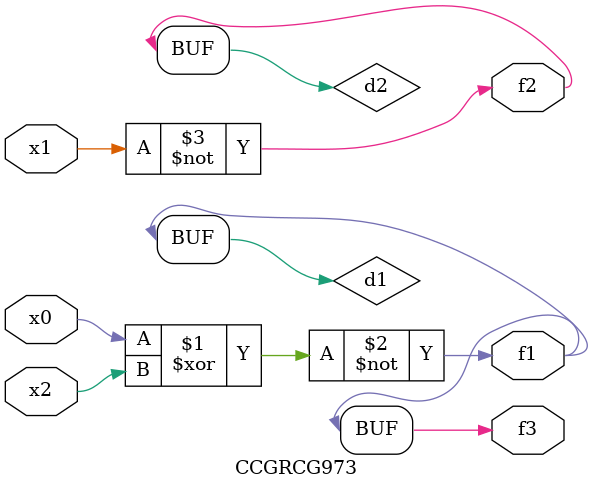
<source format=v>
module CCGRCG973(
	input x0, x1, x2,
	output f1, f2, f3
);

	wire d1, d2, d3;

	xnor (d1, x0, x2);
	nand (d2, x1);
	nor (d3, x1, x2);
	assign f1 = d1;
	assign f2 = d2;
	assign f3 = d1;
endmodule

</source>
